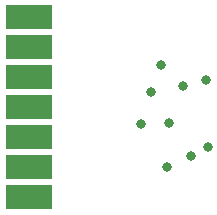
<source format=gbs>
G04 Layer_Color=8150272*
%FSLAX25Y25*%
%MOIN*%
G70*
G01*
G75*
%ADD25R,0.15800X0.08400*%
%ADD26C,0.03200*%
D25*
X112500Y488500D02*
D03*
Y478500D02*
D03*
Y468500D02*
D03*
Y458500D02*
D03*
Y448500D02*
D03*
Y438500D02*
D03*
Y428500D02*
D03*
D26*
X149900Y452800D02*
D03*
X163800Y465500D02*
D03*
X153300Y463700D02*
D03*
X166668Y442100D02*
D03*
X172100Y445300D02*
D03*
X171600Y467500D02*
D03*
X159100Y453100D02*
D03*
X156700Y472500D02*
D03*
X158700Y438500D02*
D03*
M02*

</source>
